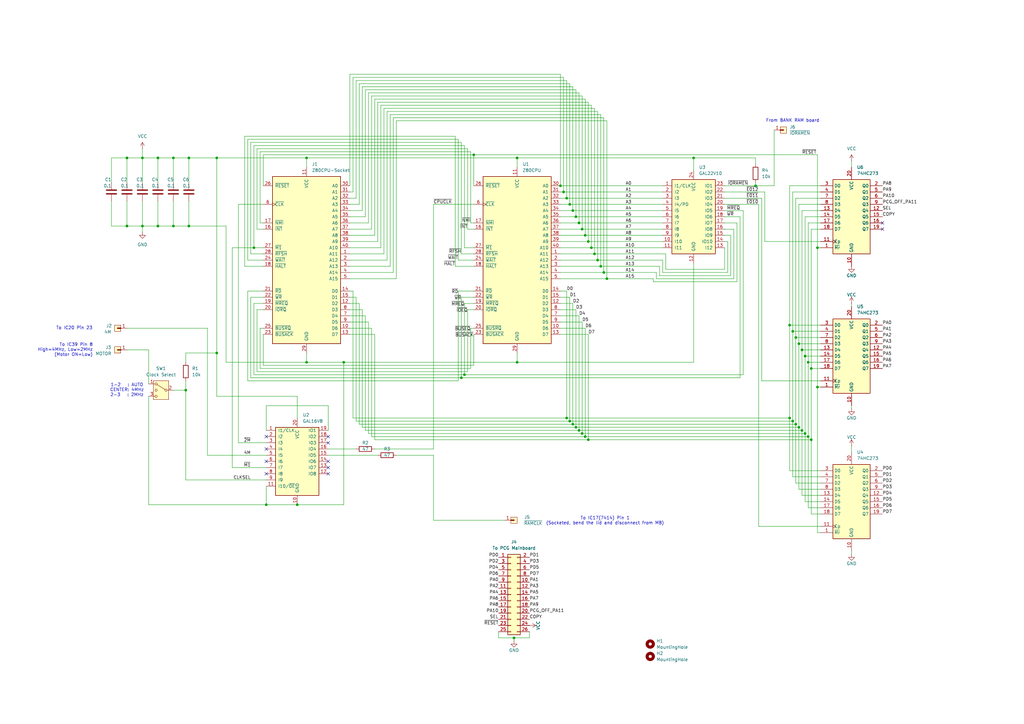
<source format=kicad_sch>
(kicad_sch (version 20231120) (generator "eeschema") (generator_version "8.0")
  (paper "A3")
  (title_block (title "MZ-1200 4M/2M Clock switcher w/ PCG addr dec.") (date "2024-07-09") (rev "1.0") (company "Mercury Nihombashi"))
  (lib_symbols
    (symbol "74xx:74HC273"
      (property "Reference" "U" (at -7.62 16.51 0))
      (property "Value" "74HC273" (at -7.62 -16.51 0))
      (symbol "74HC273_1_0"
        (pin input line (at -12.7 -12.7 0) (length 5.08) (name "~{Mr}") (number "1"))
        (pin power_in line (at 0 -20.32 90) (length 5.08) (name "GND") (number "10"))
        (pin input clock (at -12.7 -10.16 0) (length 5.08) (name "Cp") (number "11"))
        (pin output line (at 12.7 2.54 180) (length 5.08) (name "Q4") (number "12"))
        (pin input line (at -12.7 2.54 0) (length 5.08) (name "D4") (number "13"))
        (pin input line (at -12.7 0 0) (length 5.08) (name "D5") (number "14"))
        (pin output line (at 12.7 0 180) (length 5.08) (name "Q5") (number "15"))
        (pin output line (at 12.7 -2.54 180) (length 5.08) (name "Q6") (number "16"))
        (pin input line (at -12.7 -2.54 0) (length 5.08) (name "D6") (number "17"))
        (pin input line (at -12.7 -5.08 0) (length 5.08) (name "D7") (number "18"))
        (pin output line (at 12.7 -5.08 180) (length 5.08) (name "Q7") (number "19"))
        (pin output line (at 12.7 12.7 180) (length 5.08) (name "Q0") (number "2"))
        (pin power_in line (at 0 20.32 270) (length 5.08) (name "VCC") (number "20"))
        (pin input line (at -12.7 12.7 0) (length 5.08) (name "D0") (number "3"))
        (pin input line (at -12.7 10.16 0) (length 5.08) (name "D1") (number "4"))
        (pin output line (at 12.7 10.16 180) (length 5.08) (name "Q1") (number "5"))
        (pin output line (at 12.7 7.62 180) (length 5.08) (name "Q2") (number "6"))
        (pin input line (at -12.7 7.62 0) (length 5.08) (name "D2") (number "7"))
        (pin input line (at -12.7 5.08 0) (length 5.08) (name "D3") (number "8"))
        (pin output line (at 12.7 5.08 180) (length 5.08) (name "Q3") (number "9"))
      )
    )
    (symbol "8bits:GAL22V10" (pin_names (offset 1.016))
      (property "Reference" "U" (at -8.89 16.51 0))
      (property "Value" "GAL22V10" (at 3.81 16.51 0))
      (symbol "GAL22V10_0_0"
        (pin power_in line (at 0 -19.05 90) (length 3.81) (name "GND") (number "12"))
        (pin power_in line (at 0 19.05 270) (length 3.81) (name "VCC") (number "24"))
      )
      (symbol "GAL22V10_1_1"
        (pin input line (at -12.7 12.7 0) (length 3.81) (name "I1/CLK") (number "1"))
        (pin input line (at -12.7 -10.16 0) (length 3.81) (name "I10") (number "10"))
        (pin input line (at -12.7 -12.7 0) (length 3.81) (name "I11") (number "11"))
        (pin input line (at 12.7 -12.7 180) (length 3.81) (name "I12") (number "13"))
        (pin tri_state line (at 12.7 -10.16 180) (length 3.81) (name "IO10") (number "14"))
        (pin tri_state line (at 12.7 -7.62 180) (length 3.81) (name "IO9") (number "15"))
        (pin tri_state line (at 12.7 -5.08 180) (length 3.81) (name "IO8") (number "16"))
        (pin tri_state line (at 12.7 -2.54 180) (length 3.81) (name "IO7") (number "17"))
        (pin tri_state line (at 12.7 0 180) (length 3.81) (name "IO6") (number "18"))
        (pin tri_state line (at 12.7 2.54 180) (length 3.81) (name "IO5") (number "19"))
        (pin input line (at -12.7 10.16 0) (length 3.81) (name "I2") (number "2"))
        (pin tri_state line (at 12.7 5.08 180) (length 3.81) (name "I04") (number "20"))
        (pin tri_state line (at 12.7 7.62 180) (length 3.81) (name "IO3") (number "21"))
        (pin tri_state line (at 12.7 10.16 180) (length 3.81) (name "IO2") (number "22"))
        (pin tri_state line (at 12.7 12.7 180) (length 3.81) (name "IO1") (number "23"))
        (pin input line (at -12.7 7.62 0) (length 3.81) (name "I3") (number "3"))
        (pin input line (at -12.7 5.08 0) (length 3.81) (name "I4/PD") (number "4"))
        (pin input line (at -12.7 2.54 0) (length 3.81) (name "I5") (number "5"))
        (pin input line (at -12.7 0 0) (length 3.81) (name "I6") (number "6"))
        (pin input line (at -12.7 -2.54 0) (length 3.81) (name "I7") (number "7"))
        (pin input line (at -12.7 -5.08 0) (length 3.81) (name "I8") (number "8"))
        (pin input line (at -12.7 -7.62 0) (length 3.81) (name "I9") (number "9"))
      )
    )
    (symbol "CPU:Z80CPU" (pin_names (offset 1.016))
      (property "Reference" "U" (at -13.97 35.56 0))
      (property "Value" "Z80CPU" (at 6.35 35.56 0))
      (symbol "Z80CPU_1_1"
        (pin output line (at 17.78 2.54 180) (length 3.81) (name "A11") (number "1"))
        (pin bidirectional line (at 17.78 -27.94 180) (length 3.81) (name "D6") (number "10"))
        (pin power_in line (at 0 38.1 270) (length 3.81) (name "VCC") (number "11"))
        (pin bidirectional line (at 17.78 -17.78 180) (length 3.81) (name "D2") (number "12"))
        (pin bidirectional line (at 17.78 -30.48 180) (length 3.81) (name "D7") (number "13"))
        (pin bidirectional line (at 17.78 -12.7 180) (length 3.81) (name "D0") (number "14"))
        (pin bidirectional line (at 17.78 -15.24 180) (length 3.81) (name "D1") (number "15"))
        (pin input line (at -17.78 12.7 0) (length 3.81) (name "~{INT}") (number "16"))
        (pin input line (at -17.78 15.24 0) (length 3.81) (name "~{NMI}") (number "17"))
        (pin output line (at -17.78 -2.54 0) (length 3.81) (name "~{HALT}") (number "18"))
        (pin output line (at -17.78 -17.78 0) (length 3.81) (name "~{MREQ}") (number "19"))
        (pin output line (at 17.78 0 180) (length 3.81) (name "A12") (number "2"))
        (pin output line (at -17.78 -20.32 0) (length 3.81) (name "~{IORQ}") (number "20"))
        (pin output line (at -17.78 -12.7 0) (length 3.81) (name "~{RD}") (number "21"))
        (pin output line (at -17.78 -15.24 0) (length 3.81) (name "~{WR}") (number "22"))
        (pin output line (at -17.78 -30.48 0) (length 3.81) (name "~{BUSACK}") (number "23"))
        (pin input line (at -17.78 0 0) (length 3.81) (name "~{WAIT}") (number "24"))
        (pin input line (at -17.78 -27.94 0) (length 3.81) (name "~{BUSRQ}") (number "25"))
        (pin input line (at -17.78 30.48 0) (length 3.81) (name "~{RESET}") (number "26"))
        (pin output line (at -17.78 5.08 0) (length 3.81) (name "~{M1}") (number "27"))
        (pin output line (at -17.78 2.54 0) (length 3.81) (name "~{RFSH}") (number "28"))
        (pin power_in line (at 0 -38.1 90) (length 3.81) (name "GND") (number "29"))
        (pin output line (at 17.78 -2.54 180) (length 3.81) (name "A13") (number "3"))
        (pin output line (at 17.78 30.48 180) (length 3.81) (name "A0") (number "30"))
        (pin output line (at 17.78 27.94 180) (length 3.81) (name "A1") (number "31"))
        (pin output line (at 17.78 25.4 180) (length 3.81) (name "A2") (number "32"))
        (pin output line (at 17.78 22.86 180) (length 3.81) (name "A3") (number "33"))
        (pin output line (at 17.78 20.32 180) (length 3.81) (name "A4") (number "34"))
        (pin output line (at 17.78 17.78 180) (length 3.81) (name "A5") (number "35"))
        (pin output line (at 17.78 15.24 180) (length 3.81) (name "A6") (number "36"))
        (pin output line (at 17.78 12.7 180) (length 3.81) (name "A7") (number "37"))
        (pin output line (at 17.78 10.16 180) (length 3.81) (name "A8") (number "38"))
        (pin output line (at 17.78 7.62 180) (length 3.81) (name "A9") (number "39"))
        (pin output line (at 17.78 -5.08 180) (length 3.81) (name "A14") (number "4"))
        (pin output line (at 17.78 5.08 180) (length 3.81) (name "A10") (number "40"))
        (pin output line (at 17.78 -7.62 180) (length 3.81) (name "A15") (number "5"))
        (pin input clock (at -17.78 22.86 0) (length 3.81) (name "~{CLK}") (number "6"))
        (pin bidirectional line (at 17.78 -22.86 180) (length 3.81) (name "D4") (number "7"))
        (pin bidirectional line (at 17.78 -20.32 180) (length 3.81) (name "D3") (number "8"))
        (pin bidirectional line (at 17.78 -25.4 180) (length 3.81) (name "D5") (number "9"))
      )
    )
    (symbol "Connector_Generic:Conn_02x13_Odd_Even" (pin_names (offset 1.016) hide)
      (property "Reference" "J" (at 1.27 17.78 0))
      (property "Value" "Conn_02x13_Odd_Even" (at 1.27 -17.78 0))
      (symbol "Conn_02x13_Odd_Even_1_1"
        (pin passive line (at -5.08 15.24 0) (length 3.81) (name "Pin_1") (number "1"))
        (pin passive line (at 7.62 5.08 180) (length 3.81) (name "Pin_10") (number "10"))
        (pin passive line (at -5.08 2.54 0) (length 3.81) (name "Pin_11") (number "11"))
        (pin passive line (at 7.62 2.54 180) (length 3.81) (name "Pin_12") (number "12"))
        (pin passive line (at -5.08 0 0) (length 3.81) (name "Pin_13") (number "13"))
        (pin passive line (at 7.62 0 180) (length 3.81) (name "Pin_14") (number "14"))
        (pin passive line (at -5.08 -2.54 0) (length 3.81) (name "Pin_15") (number "15"))
        (pin passive line (at 7.62 -2.54 180) (length 3.81) (name "Pin_16") (number "16"))
        (pin passive line (at -5.08 -5.08 0) (length 3.81) (name "Pin_17") (number "17"))
        (pin passive line (at 7.62 -5.08 180) (length 3.81) (name "Pin_18") (number "18"))
        (pin passive line (at -5.08 -7.62 0) (length 3.81) (name "Pin_19") (number "19"))
        (pin passive line (at 7.62 15.24 180) (length 3.81) (name "Pin_2") (number "2"))
        (pin passive line (at 7.62 -7.62 180) (length 3.81) (name "Pin_20") (number "20"))
        (pin passive line (at -5.08 -10.16 0) (length 3.81) (name "Pin_21") (number "21"))
        (pin passive line (at 7.62 -10.16 180) (length 3.81) (name "Pin_22") (number "22"))
        (pin passive line (at -5.08 -12.7 0) (length 3.81) (name "Pin_23") (number "23"))
        (pin passive line (at 7.62 -12.7 180) (length 3.81) (name "Pin_24") (number "24"))
        (pin passive line (at -5.08 -15.24 0) (length 3.81) (name "Pin_25") (number "25"))
        (pin passive line (at 7.62 -15.24 180) (length 3.81) (name "Pin_26") (number "26"))
        (pin passive line (at -5.08 12.7 0) (length 3.81) (name "Pin_3") (number "3"))
        (pin passive line (at 7.62 12.7 180) (length 3.81) (name "Pin_4") (number "4"))
        (pin passive line (at -5.08 10.16 0) (length 3.81) (name "Pin_5") (number "5"))
        (pin passive line (at 7.62 10.16 180) (length 3.81) (name "Pin_6") (number "6"))
        (pin passive line (at -5.08 7.62 0) (length 3.81) (name "Pin_7") (number "7"))
        (pin passive line (at 7.62 7.62 180) (length 3.81) (name "Pin_8") (number "8"))
        (pin passive line (at -5.08 5.08 0) (length 3.81) (name "Pin_9") (number "9"))
      )
    )
    (symbol "Device:C" (pin_numbers hide) (pin_names (offset 0.254))
      (property "Reference" "C" (at 0.635 2.54 0))
      (property "Value" "C" (at 0.635 -2.54 0))
      (symbol "C_1_1"
        (pin passive line (at 0 3.81 270) (length 2.794) (name "~") (number "1"))
        (pin passive line (at 0 -3.81 90) (length 2.794) (name "~") (number "2"))
      )
    )
    (symbol "Device:R" (pin_numbers hide) (pin_names (offset 0))
      (property "Reference" "R" (at 2.032 0 90))
      (property "Value" "R" (at 0 0 90))
      (symbol "R_1_1"
        (pin passive line (at 0 3.81 270) (length 1.27) (name "~") (number "1"))
        (pin passive line (at 0 -3.81 90) (length 1.27) (name "~") (number "2"))
      )
    )
    (symbol "Kao_Library:Z80CPU-Socket" (pin_names (offset 1.016))
      (property "Reference" "J" (at -13.97 35.56 0))
      (property "Value" "Z80CPU-Socket" (at 6.35 35.56 0))
      (symbol "Z80CPU-Socket_1_1"
        (pin input line (at 17.78 2.54 180) (length 3.81) (name "A11") (number "1"))
        (pin bidirectional line (at 17.78 -27.94 180) (length 3.81) (name "D6") (number "10"))
        (pin power_out line (at 0 38.1 270) (length 3.81) (name "VCC") (number "11"))
        (pin bidirectional line (at 17.78 -17.78 180) (length 3.81) (name "D2") (number "12"))
        (pin bidirectional line (at 17.78 -30.48 180) (length 3.81) (name "D7") (number "13"))
        (pin bidirectional line (at 17.78 -12.7 180) (length 3.81) (name "D0") (number "14"))
        (pin bidirectional line (at 17.78 -15.24 180) (length 3.81) (name "D1") (number "15"))
        (pin output line (at -17.78 12.7 0) (length 3.81) (name "~{INT}") (number "16"))
        (pin output line (at -17.78 15.24 0) (length 3.81) (name "~{NMI}") (number "17"))
        (pin input line (at -17.78 -2.54 0) (length 3.81) (name "~{HALT}") (number "18"))
        (pin input line (at -17.78 -17.78 0) (length 3.81) (name "~{MREQ}") (number "19"))
        (pin input line (at 17.78 0 180) (length 3.81) (name "A12") (number "2"))
        (pin input line (at -17.78 -20.32 0) (length 3.81) (name "~{IORQ}") (number "20"))
        (pin input line (at -17.78 -12.7 0) (length 3.81) (name "~{RD}") (number "21"))
        (pin input line (at -17.78 -15.24 0) (length 3.81) (name "~{WR}") (number "22"))
        (pin input line (at -17.78 -30.48 0) (length 3.81) (name "~{BUSACK}") (number "23"))
        (pin output line (at -17.78 0 0) (length 3.81) (name "~{WAIT}") (number "24"))
        (pin output line (at -17.78 -27.94 0) (length 3.81) (name "~{BUSRQ}") (number "25"))
        (pin output line (at -17.78 30.48 0) (length 3.81) (name "~{RESET}") (number "26"))
        (pin input line (at -17.78 5.08 0) (length 3.81) (name "~{M1}") (number "27"))
        (pin input line (at -17.78 2.54 0) (length 3.81) (name "~{RFSH}") (number "28"))
        (pin power_out line (at 0 -38.1 90) (length 3.81) (name "GND") (number "29"))
        (pin input line (at 17.78 -2.54 180) (length 3.81) (name "A13") (number "3"))
        (pin input line (at 17.78 30.48 180) (length 3.81) (name "A0") (number "30"))
        (pin input line (at 17.78 27.94 180) (length 3.81) (name "A1") (number "31"))
        (pin input line (at 17.78 25.4 180) (length 3.81) (name "A2") (number "32"))
        (pin input line (at 17.78 22.86 180) (length 3.81) (name "A3") (number "33"))
        (pin input line (at 17.78 20.32 180) (length 3.81) (name "A4") (number "34"))
        (pin input line (at 17.78 17.78 180) (length 3.81) (name "A5") (number "35"))
        (pin input line (at 17.78 15.24 180) (length 3.81) (name "A6") (number "36"))
        (pin input line (at 17.78 12.7 180) (length 3.81) (name "A7") (number "37"))
        (pin input line (at 17.78 10.16 180) (length 3.81) (name "A8") (number "38"))
        (pin input line (at 17.78 7.62 180) (length 3.81) (name "A9") (number "39"))
        (pin input line (at 17.78 -5.08 180) (length 3.81) (name "A14") (number "4"))
        (pin input line (at 17.78 5.08 180) (length 3.81) (name "A10") (number "40"))
        (pin input line (at 17.78 -7.62 180) (length 3.81) (name "A15") (number "5"))
        (pin output clock (at -17.78 22.86 0) (length 3.81) (name "~{CLK}") (number "6"))
        (pin bidirectional line (at 17.78 -22.86 180) (length 3.81) (name "D4") (number "7"))
        (pin bidirectional line (at 17.78 -20.32 180) (length 3.81) (name "D3") (number "8"))
        (pin bidirectional line (at 17.78 -25.4 180) (length 3.81) (name "D5") (number "9"))
      )
    )
    (symbol "Logic_Programmable:GAL16V8" (pin_names (offset 1.016))
      (property "Reference" "U" (at -8.89 16.51 0))
      (property "Value" "GAL16V8" (at 1.27 16.51 0))
      (symbol "GAL16V8_0_0"
        (pin power_in line (at 0 -17.78 90) (length 3.81) (name "GND") (number "10"))
        (pin power_in line (at 0 17.78 270) (length 3.81) (name "VCC") (number "20"))
      )
      (symbol "GAL16V8_1_1"
        (pin input line (at -12.7 12.7 0) (length 3.81) (name "I1/CLK") (number "1"))
        (pin input line (at -12.7 -10.16 0) (length 3.81) (name "I10/~{OE}") (number "11"))
        (pin tri_state line (at 12.7 -5.08 180) (length 3.81) (name "IO8") (number "12"))
        (pin tri_state line (at 12.7 -2.54 180) (length 3.81) (name "IO7") (number "13"))
        (pin tri_state line (at 12.7 0 180) (length 3.81) (name "IO6") (number "14"))
        (pin tri_state line (at 12.7 2.54 180) (length 3.81) (name "IO5") (number "15"))
        (pin tri_state line (at 12.7 5.08 180) (length 3.81) (name "IO4") (number "16"))
        (pin tri_state line (at 12.7 7.62 180) (length 3.81) (name "I03") (number "17"))
        (pin tri_state line (at 12.7 10.16 180) (length 3.81) (name "IO2") (number "18"))
        (pin tri_state line (at 12.7 12.7 180) (length 3.81) (name "IO1") (number "19"))
        (pin input line (at -12.7 10.16 0) (length 3.81) (name "I2") (number "2"))
        (pin input line (at -12.7 7.62 0) (length 3.81) (name "I3") (number "3"))
        (pin input line (at -12.7 5.08 0) (length 3.81) (name "I4") (number "4"))
        (pin input line (at -12.7 2.54 0) (length 3.81) (name "I5") (number "5"))
        (pin input line (at -12.7 0 0) (length 3.81) (name "I6") (number "6"))
        (pin input line (at -12.7 -2.54 0) (length 3.81) (name "I7") (number "7"))
        (pin input line (at -12.7 -5.08 0) (length 3.81) (name "I8") (number "8"))
        (pin input line (at -12.7 -7.62 0) (length 3.81) (name "I9") (number "9"))
      )
    )
    (symbol "Mechanical:MountingHole" (pin_names (offset 1.016))
      (property "Reference" "H" (at 0 5.08 0))
      (property "Value" "MountingHole" (at 0 3.175 0))
    )
    (symbol "PCM_SL_Pin_Headers:PINHD_1x1_Male"
      (property "Reference" "J" (at 0 6.35 0))
      (property "Value" "PINHD_1x1_Male" (at 0 3.81 0))
      (symbol "PINHD_1x1_Male_1_1"
        (pin passive line (at -3.81 0 0) (length 2.54) (name "") (number "1"))
      )
    )
    (symbol "Switch:SW_SPDT_MSM" (pin_names (offset 0) hide)
      (property "Reference" "SW" (at 0 5.08 0))
      (property "Value" "SW_SPDT_MSM" (at 0 -5.08 0))
      (symbol "SW_SPDT_MSM_1_1"
        (pin passive line (at 5.08 2.54 180) (length 2.54) (name "1") (number "1"))
        (pin passive line (at -5.08 0 0) (length 2.54) (name "3") (number "2"))
        (pin passive line (at 5.08 -2.54 180) (length 2.54) (name "4") (number "3"))
      )
    )
    (symbol "power:GND" (power) (pin_numbers hide) (pin_names (offset 0) hide)
      (property "Value" "GND" (at 0 -3.81 0))
      (symbol "GND_1_1"
        (pin power_in line (at 0 0 270) (length 0) (name "~") (number "1"))
      )
    )
    (symbol "power:VCC" (power) (pin_numbers hide) (pin_names (offset 0) hide)
      (property "Value" "VCC" (at 0 3.556 0))
      (symbol "VCC_1_1"
        (pin power_in line (at 0 0 90) (length 0) (name "~") (number "1"))
      )
    )
  )
  (junction (at 245.11 106.68))
  (junction (at 332.74 180.34))
  (junction (at 233.68 83.82))
  (junction (at 325.12 135.89))
  (junction (at 328.93 143.51))
  (junction (at 240.03 96.52))
  (junction (at 241.3 99.06))
  (junction (at 71.12 64.77))
  (junction (at 52.07 64.77))
  (junction (at 326.39 138.43))
  (junction (at 88.9 144.78))
  (junction (at 248.92 114.3))
  (junction (at 189.23 154.94))
  (junction (at 121.92 207.01))
  (junction (at 309.88 76.2))
  (junction (at 238.76 177.8))
  (junction (at 77.47 64.77))
  (junction (at 109.22 207.01))
  (junction (at 104.14 101.6))
  (junction (at 284.48 64.77))
  (junction (at 190.5 153.67))
  (junction (at 240.03 179.07))
  (junction (at 212.09 64.77))
  (junction (at 236.22 88.9))
  (junction (at 335.28 101.6))
  (junction (at 76.2 160.02))
  (junction (at 325.12 172.72))
  (junction (at 58.42 92.71))
  (junction (at 210.82 261.62))
  (junction (at 71.12 92.71))
  (junction (at 88.9 64.77))
  (junction (at 242.57 101.6))
  (junction (at 330.2 146.05))
  (junction (at 323.85 171.45))
  (junction (at 327.66 140.97))
  (junction (at 64.77 92.71))
  (junction (at 58.42 64.77))
  (junction (at 243.84 104.14))
  (junction (at 237.49 91.44))
  (junction (at 238.76 93.98))
  (junction (at 237.49 176.53))
  (junction (at 194.31 63.5))
  (junction (at 236.22 175.26))
  (junction (at 323.85 133.35))
  (junction (at 212.09 148.59))
  (junction (at 125.73 64.77))
  (junction (at 331.47 179.07))
  (junction (at 233.68 172.72))
  (junction (at 232.41 81.28))
  (junction (at 332.74 151.13))
  (junction (at 241.3 180.34))
  (junction (at 232.41 171.45))
  (junction (at 52.07 92.71))
  (junction (at 330.2 177.8))
  (junction (at 328.93 176.53))
  (junction (at 335.28 158.75))
  (junction (at 326.39 173.99))
  (junction (at 331.47 148.59))
  (junction (at 234.95 86.36))
  (junction (at 231.14 78.74))
  (junction (at 234.95 173.99))
  (junction (at 77.47 92.71))
  (junction (at 229.87 76.2))
  (junction (at 246.38 109.22))
  (junction (at 125.73 148.59))
  (junction (at 247.65 111.76))
  (junction (at 327.66 175.26))
  (junction (at 140.97 148.59))
  (junction (at 64.77 64.77))
  (no_connect (at 134.62 194.31))
  (no_connect (at 109.22 184.15))
  (no_connect (at 109.22 179.07))
  (no_connect (at 109.22 189.23))
  (no_connect (at 134.62 189.23))
  (no_connect (at 361.95 93.98))
  (no_connect (at 134.62 179.07))
  (no_connect (at 361.95 91.44))
  (no_connect (at 134.62 181.61))
  (no_connect (at 134.62 191.77))
  (no_connect (at 109.22 194.31))
  (wire (pts (xy 154.94 41.91) (xy 241.3 41.91)))
  (wire (pts (xy 76.2 160.02) (xy 76.2 196.85)))
  (wire (pts (xy 242.57 101.6) (xy 229.87 101.6)))
  (wire (pts (xy 102.87 104.14) (xy 102.87 58.42)))
  (wire (pts (xy 241.3 180.34) (xy 241.3 137.16)))
  (wire (pts (xy 107.95 137.16) (xy 107.95 149.86)))
  (wire (pts (xy 299.72 96.52) (xy 299.72 113.03)))
  (wire (pts (xy 229.87 132.08) (xy 238.76 132.08)))
  (wire (pts (xy 60.96 143.51) (xy 60.96 157.48)))
  (wire (pts (xy 106.68 151.13) (xy 193.04 151.13)))
  (wire (pts (xy 297.18 96.52) (xy 299.72 96.52)))
  (wire (pts (xy 297.18 88.9) (xy 303.53 88.9)))
  (wire (pts (xy 328.93 143.51) (xy 328.93 86.36)))
  (wire (pts (xy 232.41 81.28) (xy 229.87 81.28)))
  (wire (pts (xy 240.03 40.64) (xy 240.03 96.52)))
  (wire (pts (xy 232.41 171.45) (xy 232.41 119.38)))
  (wire (pts (xy 327.66 140.97) (xy 336.55 140.97)))
  (wire (pts (xy 121.92 207.01) (xy 140.97 207.01)))
  (wire (pts (xy 309.88 64.77) (xy 309.88 67.31)))
  (wire (pts (xy 100.33 109.22) (xy 100.33 55.88)))
  (wire (pts (xy 229.87 88.9) (xy 236.22 88.9)))
  (wire (pts (xy 234.95 173.99) (xy 326.39 173.99)))
  (wire (pts (xy 162.56 49.53) (xy 248.92 49.53)))
  (wire (pts (xy 233.68 172.72) (xy 233.68 121.92)))
  (wire (pts (xy 105.41 127) (xy 105.41 152.4)))
  (wire (pts (xy 210.82 261.62) (xy 217.17 261.62)))
  (wire (pts (xy 233.68 34.29) (xy 233.68 83.82)))
  (wire (pts (xy 330.2 146.05) (xy 330.2 88.9)))
  (wire (pts (xy 234.95 35.56) (xy 234.95 86.36)))
  (wire (pts (xy 156.21 43.18) (xy 242.57 43.18)))
  (wire (pts (xy 152.4 134.62) (xy 152.4 179.07)))
  (wire (pts (xy 58.42 92.71) (xy 64.77 92.71)))
  (wire (pts (xy 246.38 46.99) (xy 246.38 109.22)))
  (wire (pts (xy 148.59 127) (xy 148.59 175.26)))
  (wire (pts (xy 336.55 195.58) (xy 325.12 195.58)))
  (wire (pts (xy 107.95 106.68) (xy 101.6 106.68)))
  (wire (pts (xy 144.78 171.45) (xy 232.41 171.45)))
  (wire (pts (xy 325.12 78.74) (xy 325.12 135.89)))
  (wire (pts (xy 144.78 119.38) (xy 144.78 171.45)))
  (wire (pts (xy 151.13 177.8) (xy 238.76 177.8)))
  (wire (pts (xy 143.51 124.46) (xy 147.32 124.46)))
  (wire (pts (xy 95.25 191.77) (xy 95.25 101.6)))
  (wire (pts (xy 332.74 93.98) (xy 332.74 151.13)))
  (wire (pts (xy 109.22 166.37) (xy 109.22 176.53)))
  (wire (pts (xy 207.01 213.36) (xy 177.8 213.36)))
  (wire (pts (xy 311.15 215.9) (xy 336.55 215.9)))
  (wire (pts (xy 323.85 76.2) (xy 323.85 133.35)))
  (wire (pts (xy 143.51 137.16) (xy 153.67 137.16)))
  (wire (pts (xy 325.12 135.89) (xy 336.55 135.89)))
  (wire (pts (xy 317.5 53.34) (xy 317.5 76.2)))
  (wire (pts (xy 152.4 39.37) (xy 238.76 39.37)))
  (wire (pts (xy 243.84 44.45) (xy 243.84 104.14)))
  (wire (pts (xy 335.28 63.5) (xy 335.28 101.6)))
  (wire (pts (xy 77.47 92.71) (xy 92.71 92.71)))
  (wire (pts (xy 109.22 181.61) (xy 97.79 181.61)))
  (wire (pts (xy 303.53 154.94) (xy 189.23 154.94)))
  (wire (pts (xy 189.23 121.92) (xy 194.31 121.92)))
  (wire (pts (xy 125.73 64.77) (xy 212.09 64.77)))
  (wire (pts (xy 269.24 114.3) (xy 269.24 111.76)))
  (wire (pts (xy 328.93 203.2) (xy 328.93 176.53)))
  (wire (pts (xy 152.4 93.98) (xy 152.4 39.37)))
  (wire (pts (xy 229.87 124.46) (xy 234.95 124.46)))
  (wire (pts (xy 187.96 156.21) (xy 187.96 119.38)))
  (wire (pts (xy 194.31 63.5) (xy 194.31 76.2)))
  (wire (pts (xy 158.75 106.68) (xy 158.75 45.72)))
  (wire (pts (xy 102.87 154.94) (xy 189.23 154.94)))
  (wire (pts (xy 153.67 96.52) (xy 153.67 40.64)))
  (wire (pts (xy 45.72 92.71) (xy 52.07 92.71)))
  (wire (pts (xy 105.41 60.96) (xy 191.77 60.96)))
  (wire (pts (xy 238.76 39.37) (xy 238.76 93.98)))
  (wire (pts (xy 229.87 86.36) (xy 234.95 86.36)))
  (wire (pts (xy 241.3 137.16) (xy 229.87 137.16)))
  (wire (pts (xy 121.92 162.56) (xy 88.9 162.56)))
  (wire (pts (xy 149.86 88.9) (xy 149.86 36.83)))
  (wire (pts (xy 304.8 153.67) (xy 190.5 153.67)))
  (wire (pts (xy 325.12 195.58) (xy 325.12 172.72)))
  (wire (pts (xy 330.2 88.9) (xy 336.55 88.9)))
  (wire (pts (xy 238.76 177.8) (xy 238.76 132.08)))
  (wire (pts (xy 143.51 132.08) (xy 151.13 132.08)))
  (wire (pts (xy 238.76 93.98) (xy 271.78 93.98)))
  (wire (pts (xy 143.51 129.54) (xy 149.86 129.54)))
  (wire (pts (xy 273.05 110.49) (xy 273.05 104.14)))
  (wire (pts (xy 45.72 64.77) (xy 52.07 64.77)))
  (wire (pts (xy 153.67 184.15) (xy 177.8 184.15)))
  (wire (pts (xy 327.66 200.66) (xy 327.66 175.26)))
  (wire (pts (xy 191.77 127) (xy 194.31 127)))
  (wire (pts (xy 151.13 132.08) (xy 151.13 177.8)))
  (wire (pts (xy 271.78 106.68) (xy 245.11 106.68)))
  (wire (pts (xy 143.51 109.22) (xy 160.02 109.22)))
  (wire (pts (xy 229.87 76.2) (xy 271.78 76.2)))
  (wire (pts (xy 332.74 151.13) (xy 332.74 180.34)))
  (wire (pts (xy 151.13 38.1) (xy 237.49 38.1)))
  (wire (pts (xy 332.74 180.34) (xy 332.74 210.82)))
  (wire (pts (xy 190.5 59.69) (xy 190.5 101.6)))
  (wire (pts (xy 335.28 101.6) (xy 335.28 158.75)))
  (wire (pts (xy 212.09 64.77) (xy 212.09 68.58)))
  (wire (pts (xy 237.49 176.53) (xy 237.49 129.54)))
  (wire (pts (xy 147.32 173.99) (xy 234.95 173.99)))
  (wire (pts (xy 143.51 134.62) (xy 152.4 134.62)))
  (wire (pts (xy 107.95 134.62) (xy 106.68 134.62)))
  (wire (pts (xy 58.42 64.77) (xy 64.77 64.77)))
  (wire (pts (xy 160.02 46.99) (xy 246.38 46.99)))
  (wire (pts (xy 109.22 199.39) (xy 109.22 207.01)))
  (wire (pts (xy 238.76 177.8) (xy 330.2 177.8)))
  (wire (pts (xy 107.95 93.98) (xy 105.41 93.98)))
  (wire (pts (xy 328.93 86.36) (xy 336.55 86.36)))
  (wire (pts (xy 143.51 78.74) (xy 144.78 78.74)))
  (wire (pts (xy 52.07 92.71) (xy 58.42 92.71)))
  (wire (pts (xy 312.42 156.21) (xy 336.55 156.21)))
  (wire (pts (xy 323.85 133.35) (xy 323.85 171.45)))
  (wire (pts (xy 271.78 111.76) (xy 271.78 106.68)))
  (wire (pts (xy 194.31 63.5) (xy 335.28 63.5)))
  (wire (pts (xy 109.22 207.01) (xy 121.92 207.01)))
  (wire (pts (xy 147.32 83.82) (xy 147.32 34.29)))
  (wire (pts (xy 125.73 148.59) (xy 140.97 148.59)))
  (wire (pts (xy 241.3 99.06) (xy 229.87 99.06)))
  (wire (pts (xy 143.51 81.28) (xy 146.05 81.28)))
  (wire (pts (xy 241.3 180.34) (xy 332.74 180.34)))
  (wire (pts (xy 336.55 210.82) (xy 332.74 210.82)))
  (wire (pts (xy 107.95 76.2) (xy 107.95 63.5)))
  (wire (pts (xy 232.41 171.45) (xy 323.85 171.45)))
  (wire (pts (xy 160.02 109.22) (xy 160.02 46.99)))
  (wire (pts (xy 330.2 146.05) (xy 336.55 146.05)))
  (wire (pts (xy 309.88 74.93) (xy 309.88 76.2)))
  (wire (pts (xy 229.87 134.62) (xy 240.03 134.62)))
  (wire (pts (xy 297.18 76.2) (xy 309.88 76.2)))
  (wire (pts (xy 284.48 64.77) (xy 284.48 69.85)))
  (wire (pts (xy 336.55 193.04) (xy 323.85 193.04)))
  (wire (pts (xy 143.51 91.44) (xy 151.13 91.44)))
  (wire (pts (xy 229.87 83.82) (xy 233.68 83.82)))
  (wire (pts (xy 240.03 179.07) (xy 240.03 134.62)))
  (wire (pts (xy 58.42 82.55) (xy 58.42 92.71)))
  (wire (pts (xy 229.87 30.48) (xy 229.87 76.2)))
  (wire (pts (xy 248.92 114.3) (xy 267.97 114.3)))
  (wire (pts (xy 326.39 138.43) (xy 336.55 138.43)))
  (wire (pts (xy 107.95 63.5) (xy 194.31 63.5)))
  (wire (pts (xy 143.51 76.2) (xy 143.51 30.48)))
  (wire (pts (xy 121.92 171.45) (xy 121.92 162.56)))
  (wire (pts (xy 237.49 91.44) (xy 229.87 91.44)))
  (wire (pts (xy 326.39 198.12) (xy 326.39 173.99)))
  (wire (pts (xy 336.55 158.75) (xy 335.28 158.75)))
  (wire (pts (xy 186.69 109.22) (xy 194.31 109.22)))
  (wire (pts (xy 330.2 177.8) (xy 330.2 146.05)))
  (wire (pts (xy 270.51 109.22) (xy 246.38 109.22)))
  (wire (pts (xy 309.88 76.2) (xy 317.5 76.2)))
  (wire (pts (xy 304.8 86.36) (xy 304.8 153.67)))
  (wire (pts (xy 302.26 91.44) (xy 302.26 115.57)))
  (wire (pts (xy 303.53 88.9) (xy 303.53 154.94)))
  (wire (pts (xy 140.97 207.01) (xy 140.97 148.59)))
  (wire (pts (xy 236.22 36.83) (xy 236.22 88.9)))
  (wire (pts (xy 151.13 91.44) (xy 151.13 38.1)))
  (wire (pts (xy 71.12 160.02) (xy 76.2 160.02)))
  (wire (pts (xy 302.26 115.57) (xy 267.97 115.57)))
  (wire (pts (xy 52.07 134.62) (xy 85.09 134.62)))
  (wire (pts (xy 157.48 44.45) (xy 243.84 44.45)))
  (wire (pts (xy 153.67 137.16) (xy 153.67 180.34)))
  (wire (pts (xy 152.4 179.07) (xy 240.03 179.07)))
  (wire (pts (xy 336.55 208.28) (xy 331.47 208.28)))
  (wire (pts (xy 134.62 166.37) (xy 109.22 166.37)))
  (wire (pts (xy 100.33 55.88) (xy 186.69 55.88)))
  (wire (pts (xy 243.84 104.14) (xy 229.87 104.14)))
  (wire (pts (xy 143.51 111.76) (xy 161.29 111.76)))
  (wire (pts (xy 248.92 49.53) (xy 248.92 114.3)))
  (wire (pts (xy 349.25 124.46) (xy 349.25 125.73)))
  (wire (pts (xy 143.51 127) (xy 148.59 127)))
  (wire (pts (xy 143.51 106.68) (xy 158.75 106.68)))
  (wire (pts (xy 331.47 148.59) (xy 336.55 148.59)))
  (wire (pts (xy 106.68 134.62) (xy 106.68 151.13)))
  (wire (pts (xy 194.31 137.16) (xy 194.31 149.86)))
  (wire (pts (xy 105.41 152.4) (xy 191.77 152.4)))
  (wire (pts (xy 107.95 119.38) (xy 101.6 119.38)))
  (wire (pts (xy 97.79 83.82) (xy 97.79 181.61)))
  (wire (pts (xy 102.87 58.42) (xy 189.23 58.42)))
  (wire (pts (xy 187.96 119.38) (xy 194.31 119.38)))
  (wire (pts (xy 187.96 106.68) (xy 194.31 106.68)))
  (wire (pts (xy 101.6 106.68) (xy 101.6 57.15)))
  (wire (pts (xy 60.96 207.01) (xy 109.22 207.01)))
  (wire (pts (xy 143.51 88.9) (xy 149.86 88.9)))
  (wire (pts (xy 58.42 92.71) (xy 58.42 95.25)))
  (wire (pts (xy 336.55 76.2) (xy 323.85 76.2)))
  (wire (pts (xy 349.25 66.04) (xy 349.25 68.58)))
  (wire (pts (xy 107.95 127) (xy 105.41 127)))
  (wire (pts (xy 336.55 93.98) (xy 332.74 93.98)))
  (wire (pts (xy 162.56 186.69) (xy 177.8 186.69)))
  (wire (pts (xy 107.95 104.14) (xy 102.87 104.14)))
  (wire (pts (xy 58.42 60.96) (xy 58.42 64.77)))
  (wire (pts (xy 95.25 101.6) (xy 104.14 101.6)))
  (wire (pts (xy 273.05 104.14) (xy 243.84 104.14)))
  (wire (pts (xy 326.39 81.28) (xy 326.39 138.43)))
  (wire (pts (xy 241.3 41.91) (xy 241.3 99.06)))
  (wire (pts (xy 105.41 93.98) (xy 105.41 60.96)))
  (wire (pts (xy 109.22 191.77) (xy 95.25 191.77)))
  (wire (pts (xy 140.97 148.59) (xy 212.09 148.59)))
  (wire (pts (xy 76.2 156.21) (xy 76.2 160.02)))
  (wire (pts (xy 71.12 74.93) (xy 71.12 64.77)))
  (wire (pts (xy 229.87 121.92) (xy 233.68 121.92)))
  (wire (pts (xy 312.42 81.28) (xy 312.42 156.21)))
  (wire (pts (xy 284.48 64.77) (xy 212.09 64.77)))
  (wire (pts (xy 45.72 82.55) (xy 45.72 92.71)))
  (wire (pts (xy 237.49 91.44) (xy 271.78 91.44)))
  (wire (pts (xy 271.78 78.74) (xy 231.14 78.74)))
  (wire (pts (xy 330.2 205.74) (xy 330.2 177.8)))
  (wire (pts (xy 102.87 121.92) (xy 102.87 154.94)))
  (wire (pts (xy 248.92 114.3) (xy 229.87 114.3)))
  (wire (pts (xy 336.55 81.28) (xy 326.39 81.28)))
  (wire (pts (xy 335.28 158.75) (xy 335.28 218.44)))
  (wire (pts (xy 71.12 82.55) (xy 71.12 92.71)))
  (wire (pts (xy 212.09 148.59) (xy 212.09 144.78)))
  (wire (pts (xy 149.86 129.54) (xy 149.86 176.53)))
  (wire (pts (xy 336.55 200.66) (xy 327.66 200.66)))
  (wire (pts (xy 237.49 38.1) (xy 237.49 91.44)))
  (wire (pts (xy 148.59 86.36) (xy 148.59 35.56)))
  (wire (pts (xy 242.57 101.6) (xy 271.78 101.6)))
  (wire (pts (xy 60.96 143.51) (xy 52.07 143.51)))
  (wire (pts (xy 297.18 101.6) (xy 297.18 110.49)))
  (wire (pts (xy 247.65 48.26) (xy 247.65 111.76)))
  (wire (pts (xy 191.77 93.98) (xy 194.31 93.98)))
  (wire (pts (xy 327.66 83.82) (xy 327.66 140.97)))
  (wire (pts (xy 161.29 48.26) (xy 247.65 48.26)))
  (wire (pts (xy 154.94 99.06) (xy 154.94 41.91)))
  (wire (pts (xy 143.51 99.06) (xy 154.94 99.06)))
  (wire (pts (xy 326.39 138.43) (xy 326.39 173.99)))
  (wire (pts (xy 85.09 186.69) (xy 85.09 134.62)))
  (wire (pts (xy 298.45 99.06) (xy 298.45 111.76)))
  (wire (pts (xy 236.22 175.26) (xy 236.22 127)))
  (wire (pts (xy 191.77 152.4) (xy 191.77 127)))
  (wire (pts (xy 298.45 111.76) (xy 271.78 111.76)))
  (wire (pts (xy 246.38 109.22) (xy 229.87 109.22)))
  (wire (pts (xy 336.55 83.82) (xy 327.66 83.82)))
  (wire (pts (xy 336.55 78.74) (xy 325.12 78.74)))
  (wire (pts (xy 217.17 259.08) (xy 217.17 261.62)))
  (wire (pts (xy 234.95 86.36) (xy 271.78 86.36)))
  (wire (pts (xy 190.5 153.67) (xy 190.5 124.46)))
  (wire (pts (xy 92.71 148.59) (xy 92.71 92.71)))
  (wire (pts (xy 177.8 83.82) (xy 177.8 184.15)))
  (wire (pts (xy 143.51 101.6) (xy 156.21 101.6)))
  (wire (pts (xy 349.25 226.06) (xy 349.25 227.33)))
  (wire (pts (xy 146.05 33.02) (xy 232.41 33.02)))
  (wire (pts (xy 144.78 78.74) (xy 144.78 31.75)))
  (wire (pts (xy 146.05 121.92) (xy 146.05 172.72)))
  (wire (pts (xy 147.32 124.46) (xy 147.32 173.99)))
  (wire (pts (xy 134.62 184.15) (xy 146.05 184.15)))
  (wire (pts (xy 245.11 45.72) (xy 245.11 106.68)))
  (wire (pts (xy 177.8 83.82) (xy 194.31 83.82)))
  (wire (pts (xy 186.69 55.88) (xy 186.69 109.22)))
  (wire (pts (xy 231.14 31.75) (xy 231.14 78.74)))
  (wire (pts (xy 238.76 93.98) (xy 229.87 93.98)))
  (wire (pts (xy 271.78 83.82) (xy 233.68 83.82)))
  (wire (pts (xy 101.6 57.15) (xy 187.96 57.15)))
  (wire (pts (xy 143.51 83.82) (xy 147.32 83.82)))
  (wire (pts (xy 328.93 143.51) (xy 336.55 143.51)))
  (wire (pts (xy 331.47 179.07) (xy 331.47 208.28)))
  (wire (pts (xy 336.55 203.2) (xy 328.93 203.2)))
  (wire (pts (xy 229.87 129.54) (xy 237.49 129.54)))
  (wire (pts (xy 204.47 261.62) (xy 204.47 259.08)))
  (wire (pts (xy 153.67 40.64) (xy 240.03 40.64)))
  (wire (pts (xy 236.22 175.26) (xy 327.66 175.26)))
  (wire (pts (xy 297.18 83.82) (xy 311.15 83.82)))
  (wire (pts (xy 143.51 104.14) (xy 157.48 104.14)))
  (wire (pts (xy 269.24 111.76) (xy 247.65 111.76)))
  (wire (pts (xy 153.67 180.34) (xy 241.3 180.34)))
  (wire (pts (xy 106.68 91.44) (xy 106.68 62.23)))
  (wire (pts (xy 245.11 106.68) (xy 229.87 106.68)))
  (wire (pts (xy 161.29 111.76) (xy 161.29 48.26)))
  (wire (pts (xy 328.93 143.51) (xy 328.93 176.53)))
  (wire (pts (xy 148.59 175.26) (xy 236.22 175.26)))
  (wire (pts (xy 64.77 74.93) (xy 64.77 64.77)))
  (wire (pts (xy 232.41 33.02) (xy 232.41 81.28)))
  (wire (pts (xy 76.2 148.59) (xy 76.2 144.78)))
  (wire (pts (xy 107.95 101.6) (xy 104.14 101.6)))
  (wire (pts (xy 297.18 110.49) (xy 273.05 110.49)))
  (wire (pts (xy 299.72 113.03) (xy 270.51 113.03)))
  (wire (pts (xy 107.95 149.86) (xy 194.31 149.86)))
  (wire (pts (xy 229.87 127) (xy 236.22 127)))
  (wire (pts (xy 143.51 96.52) (xy 153.67 96.52)))
  (wire (pts (xy 147.32 34.29) (xy 233.68 34.29)))
  (wire (pts (xy 109.22 196.85) (xy 76.2 196.85)))
  (wire (pts (xy 187.96 57.15) (xy 187.96 106.68)))
  (wire (pts (xy 271.78 81.28) (xy 232.41 81.28)))
  (wire (pts (xy 240.03 179.07) (xy 331.47 179.07)))
  (wire (pts (xy 146.05 172.72) (xy 233.68 172.72)))
  (wire (pts (xy 64.77 92.71) (xy 71.12 92.71)))
  (wire (pts (xy 270.51 113.03) (xy 270.51 109.22)))
  (wire (pts (xy 88.9 144.78) (xy 88.9 64.77)))
  (wire (pts (xy 323.85 193.04) (xy 323.85 171.45)))
  (wire (pts (xy 157.48 104.14) (xy 157.48 44.45)))
  (wire (pts (xy 327.66 140.97) (xy 327.66 175.26)))
  (wire (pts (xy 158.75 45.72) (xy 245.11 45.72)))
  (wire (pts (xy 134.62 186.69) (xy 154.94 186.69)))
  (wire (pts (xy 109.22 186.69) (xy 85.09 186.69)))
  (wire (pts (xy 325.12 135.89) (xy 325.12 172.72)))
  (wire (pts (xy 143.51 121.92) (xy 146.05 121.92)))
  (wire (pts (xy 190.5 101.6) (xy 194.31 101.6)))
  (wire (pts (xy 233.68 172.72) (xy 325.12 172.72)))
  (wire (pts (xy 331.47 148.59) (xy 331.47 179.07)))
  (wire (pts (xy 104.14 124.46) (xy 104.14 153.67)))
  (wire (pts (xy 143.51 114.3) (xy 162.56 114.3)))
  (wire (pts (xy 149.86 176.53) (xy 237.49 176.53)))
  (wire (pts (xy 125.73 148.59) (xy 92.71 148.59)))
  (wire (pts (xy 300.99 93.98) (xy 300.99 114.3)))
  (wire (pts (xy 88.9 162.56) (xy 88.9 144.78)))
  (wire (pts (xy 297.18 81.28) (xy 312.42 81.28)))
  (wire (pts (xy 193.04 151.13) (xy 193.04 134.62)))
  (wire (pts (xy 247.65 111.76) (xy 229.87 111.76)))
  (wire (pts (xy 240.03 96.52) (xy 229.87 96.52)))
  (wire (pts (xy 297.18 93.98) (xy 300.99 93.98)))
  (wire (pts (xy 349.25 166.37) (xy 349.25 167.64)))
  (wire (pts (xy 336.55 205.74) (xy 330.2 205.74)))
  (wire (pts (xy 300.99 114.3) (xy 269.24 114.3)))
  (wire (pts (xy 313.69 78.74) (xy 313.69 99.06)))
  (wire (pts (xy 231.14 78.74) (xy 229.87 78.74)))
  (wire (pts (xy 237.49 176.53) (xy 328.93 176.53)))
  (wire (pts (xy 107.95 83.82) (xy 97.79 83.82)))
  (wire (pts (xy 332.74 151.13) (xy 336.55 151.13)))
  (wire (pts (xy 104.14 59.69) (xy 190.5 59.69)))
  (wire (pts (xy 193.04 91.44) (xy 194.31 91.44)))
  (wire (pts (xy 64.77 82.55) (xy 64.77 92.71)))
  (wire (pts (xy 336.55 198.12) (xy 326.39 198.12)))
  (wire (pts (xy 134.62 176.53) (xy 134.62 166.37)))
  (wire (pts (xy 52.07 82.55) (xy 52.07 92.71)))
  (wire (pts (xy 234.95 173.99) (xy 234.95 124.46)))
  (wire (pts (xy 149.86 36.83) (xy 236.22 36.83)))
  (wire (pts (xy 242.57 43.18) (xy 242.57 101.6)))
  (wire (pts (xy 236.22 88.9) (xy 271.78 88.9)))
  (wire (pts (xy 71.12 64.77) (xy 77.47 64.77)))
  (wire (pts (xy 204.47 261.62) (xy 210.82 261.62)))
  (wire (pts (xy 323.85 133.35) (xy 336.55 133.35)))
  (wire (pts (xy 297.18 99.06) (xy 298.45 99.06)))
  (wire (pts (xy 336.55 101.6) (xy 335.28 101.6)))
  (wire (pts (xy 143.51 86.36) (xy 148.59 86.36)))
  (wire (pts (xy 241.3 99.06) (xy 271.78 99.06)))
  (wire (pts (xy 193.04 62.23) (xy 193.04 91.44)))
  (wire (pts (xy 267.97 115.57) (xy 267.97 114.3)))
  (wire (pts (xy 349.25 182.88) (xy 349.25 185.42)))
  (wire (pts (xy 77.47 82.55) (xy 77.47 92.71)))
  (wire (pts (xy 284.48 107.95) (xy 284.48 148.59)))
  (wire (pts (xy 143.51 93.98) (xy 152.4 93.98)))
  (wire (pts (xy 189.23 104.14) (xy 194.31 104.14)))
  (wire (pts (xy 125.73 144.78) (xy 125.73 148.59)))
  (wire (pts (xy 336.55 91.44) (xy 331.47 91.44)))
  (wire (pts (xy 191.77 60.96) (xy 191.77 93.98)))
  (wire (pts (xy 331.47 91.44) (xy 331.47 148.59)))
  (wire (pts (xy 58.42 74.93) (xy 58.42 64.77)))
  (wire (pts (xy 309.88 64.77) (xy 284.48 64.77)))
  (wire (pts (xy 297.18 86.36) (xy 304.8 86.36)))
  (wire (pts (xy 190.5 124.46) (xy 194.31 124.46)))
  (wire (pts (xy 336.55 218.44) (xy 335.28 218.44)))
  (wire (pts (xy 71.12 92.71) (xy 77.47 92.71)))
  (wire (pts (xy 104.14 101.6) (xy 104.14 59.69)))
  (wire (pts (xy 52.07 74.93) (xy 52.07 64.77)))
  (wire (pts (xy 232.41 119.38) (xy 229.87 119.38)))
  (wire (pts (xy 107.95 91.44) (xy 106.68 91.44)))
  (wire (pts (xy 210.82 262.89) (xy 210.82 261.62)))
  (wire (pts (xy 64.77 64.77) (xy 71.12 64.77)))
  (wire (pts (xy 101.6 156.21) (xy 187.96 156.21)))
  (wire (pts (xy 193.04 134.62) (xy 194.31 134.62)))
  (wire (pts (xy 106.68 62.23) (xy 193.04 62.23)))
  (wire (pts (xy 177.8 186.69) (xy 177.8 213.36)))
  (wire (pts (xy 107.95 121.92) (xy 102.87 121.92)))
  (wire (pts (xy 189.23 58.42) (xy 189.23 104.14)))
  (wire (pts (xy 146.05 81.28) (xy 146.05 33.02)))
  (wire (pts (xy 284.48 148.59) (xy 212.09 148.59)))
  (wire (pts (xy 76.2 144.78) (xy 88.9 144.78)))
  (wire (pts (xy 125.73 68.58) (xy 125.73 64.77)))
  (wire (pts (xy 143.51 119.38) (xy 144.78 119.38)))
  (wire (pts (xy 88.9 64.77) (xy 125.73 64.77)))
  (wire (pts (xy 77.47 74.93) (xy 77.47 64.77)))
  (wire (pts (xy 297.18 91.44) (xy 302.26 91.44)))
  (wire (pts (xy 156.21 101.6) (xy 156.21 43.18)))
  (wire (pts (xy 45.72 74.93) (xy 45.72 64.77)))
  (wire (pts (xy 311.15 83.82) (xy 311.15 215.9)))
  (wire (pts (xy 189.23 154.94) (xy 189.23 121.92)))
  (wire (pts (xy 144.78 31.75) (xy 231.14 31.75)))
  (wire (pts (xy 148.59 35.56) (xy 234.95 35.56)))
  (wire (pts (xy 143.51 30.48) (xy 229.87 30.48)))
  (wire (pts (xy 101.6 119.38) (xy 101.6 156.21)))
  (wire (pts (xy 336.55 99.06) (xy 313.69 99.06)))
  (wire (pts (xy 60.96 162.56) (xy 60.96 207.01)))
  (wire (pts (xy 104.14 153.67) (xy 190.5 153.67)))
  (wire (pts (xy 77.47 64.77) (xy 88.9 64.77)))
  (wire (pts (xy 297.18 78.74) (xy 313.69 78.74)))
  (wire (pts (xy 162.56 114.3) (xy 162.56 49.53)))
  (wire (pts (xy 52.07 64.77) (xy 58.42 64.77)))
  (wire (pts (xy 240.03 96.52) (xy 271.78 96.52)))
  (wire (pts (xy 107.95 109.22) (xy 100.33 109.22)))
  (wire (pts (xy 107.95 124.46) (xy 104.14 124.46)))
  (text "To IC17(7414) Pin 1\n(Socketed, bend the lid and disconnect from MB)" (at 248.158 213.614 0) (effects (font (size 1.27 1.27))))
  (text "1-2   : AUTO\nCENTER: 4MHz\n2-3   : 2MHz" (at 52.07 160.02 0) (effects (font (size 1.27 1.27))))
  (text "From BANK RAM board" (at 325.12 49.53 0) (effects (font (size 1.27 1.27))))
  (text "To IC39 Pin 8\nHigh=4MHz, Low=2MHz\n(Motor ON=Low)" (at 38.1 143.51 0) (effects (font (size 1.27 1.27)) (justify right)))
  (text "To IC20 Pin 23" (at 30.48 134.62 0) (effects (font (size 1.27 1.27))))
  (label "PD6" (at 361.95 208.28 0))
  (label "~{NMI}" (at 193.04 91.44 180))
  (label "SEL" (at 204.47 254 180))
  (label "A3" (at 256.54 83.82 0))
  (label "COPY" (at 361.95 88.9 0))
  (label "PD1" (at 361.95 195.58 0))
  (label "A7" (at 256.54 93.98 0))
  (label "PD4" (at 361.95 203.2 0))
  (label "~{HALT}" (at 186.69 109.22 180))
  (label "COPY" (at 217.17 254 0))
  (label "~{WR}" (at 300.99 88.9 180))
  (label "~{IORAMEN}" (at 298.45 76.2 0))
  (label "PA1" (at 361.95 135.89 0))
  (label "PA8" (at 204.47 248.92 180))
  (label "PD1" (at 217.17 228.6 0))
  (label "~{MREQ}" (at 303.53 86.36 180))
  (label "A12" (at 256.54 106.68 0))
  (label "PA5" (at 361.95 146.05 0))
  (label "~{M1}" (at 102.87 191.77 180))
  (label "PA4" (at 204.47 243.84 180))
  (label "PD7" (at 361.95 210.82 0))
  (label "PA9" (at 361.95 78.74 0))
  (label "PCG_OFF_PA11" (at 361.95 83.82 0))
  (label "~{E011}" (at 306.07 81.28 0))
  (label "PD4" (at 204.47 233.68 180))
  (label "A13" (at 256.54 109.22 0))
  (label "PCG_OFF_PA11" (at 217.17 251.46 0))
  (label "~{RESET}" (at 204.47 256.54 180))
  (label "PA6" (at 204.47 246.38 180))
  (label "A14" (at 256.54 111.76 0))
  (label "A11" (at 256.54 104.14 0))
  (label "~{WR}" (at 189.23 123.19 180))
  (label "A9" (at 256.54 99.06 0))
  (label "~{E010}" (at 306.07 83.82 0))
  (label "~{INT}" (at 191.77 93.98 180))
  (label "PD5" (at 361.95 205.74 0))
  (label "~{RD}" (at 187.96 120.65 180))
  (label "A5" (at 256.54 88.9 0))
  (label "PD7" (at 217.17 236.22 0))
  (label "PA7" (at 361.95 151.13 0))
  (label "SEL" (at 361.95 86.36 0))
  (label "PA0" (at 361.95 133.35 0))
  (label "A15" (at 256.54 114.3 0))
  (label "A8" (at 256.54 96.52 0))
  (label "D1" (at 233.68 121.92 0))
  (label "PD2" (at 204.47 231.14 180))
  (label "D5" (at 238.76 132.08 0))
  (label "4M" (at 102.87 186.69 180))
  (label "~{BUSACK}" (at 194.31 138.43 180))
  (label "PA7" (at 217.17 246.38 0))
  (label "A0" (at 256.54 76.2 0))
  (label "PA8" (at 361.95 76.2 0))
  (label "~{WAIT}" (at 187.96 106.68 180))
  (label "D7" (at 241.3 137.16 0))
  (label "D2" (at 234.95 124.46 0))
  (label "~{RFSH}" (at 189.23 104.14 180))
  (label "PA3" (at 361.95 140.97 0))
  (label "A1" (at 256.54 78.74 0))
  (label "A6" (at 256.54 91.44 0))
  (label "CLKSEL" (at 102.87 196.85 180))
  (label "PA5" (at 217.17 243.84 0))
  (label "~{BUSEQ}" (at 193.04 135.89 180))
  (label "PD6" (at 204.47 236.22 180))
  (label "PA4" (at 361.95 143.51 0))
  (label "~{2M}" (at 102.87 181.61 180))
  (label "PD0" (at 204.47 228.6 180))
  (label "A10" (at 256.54 101.6 0))
  (label "~{E012}" (at 306.07 78.74 0))
  (label "PD0" (at 361.95 193.04 0))
  (label "PA6" (at 361.95 148.59 0))
  (label "PD3" (at 361.95 200.66 0))
  (label "~{IOEQ}" (at 191.77 128.27 180))
  (label "A2" (at 256.54 81.28 0))
  (label "PA0" (at 204.47 238.76 180))
  (label "D0" (at 232.41 119.38 0))
  (label "PA9" (at 217.17 248.92 0))
  (label "PA10" (at 204.47 251.46 180))
  (label "~{MREQ}" (at 190.5 125.73 180))
  (label "PD5" (at 217.17 233.68 0))
  (label "PD2" (at 361.95 198.12 0))
  (label "PD3" (at 217.17 231.14 0))
  (label "D3" (at 236.22 127 0))
  (label "PA2" (at 204.47 241.3 180))
  (label "D6" (at 240.03 134.62 0))
  (label "PA2" (at 361.95 138.43 0))
  (label "PA10" (at 361.95 81.28 0))
  (label "PA3" (at 217.17 241.3 0))
  (label "~{CPUCLK}" (at 185.42 83.82 180))
  (label "~{RESET}" (at 328.93 63.5 0))
  (label "D4" (at 237.49 129.54 0))
  (label "A4" (at 256.54 86.36 0))
  (label "PA1" (at 217.17 238.76 0))
  (symbol (lib_id "Device:C") (at 45.72 78.74 0) (mirror y) (unit 1)
    (property "Reference" "C1" (at 45.72 73.66 0) (effects (justify left)))
    (property "Value" "0.1" (at 45.72 76.2 0) (effects (justify left)))
    (property "Footprint" "Kao_Library:LargePad_R_Axial_DIN0207_L6.3mm_D2.5mm_P7.62mm_Horizontal" (effects (hide yes)))
  )
  (symbol (lib_id "power:GND") (at 349.25 167.64 0) (unit 1)
    (property "Reference" "#PWR04" (effects (hide yes)))
    (property "Value" "GND" (at 349.25 171.45 0))
    (property "Description" "Power symbol creates a global label with name \"GND\" , ground" (effects (hide yes)))
  )
  (symbol (lib_id "8bits:GAL22V10") (at 284.48 88.9 0) (unit 1)
    (property "Reference" "U3" (at 286.6741 68.58 0) (effects (justify left)))
    (property "Value" "GAL22V10" (at 286.6741 71.12 0) (effects (justify left)))
    (property "Footprint" "Package_DIP:DIP-24_W7.62mm_Socket_LongPads" (effects (hide yes)))
  )
  (symbol (lib_id "power:VCC") (at 58.42 60.96 0) (unit 1)
    (property "Reference" "#PWR01" (effects (hide yes)))
    (property "Value" "VCC" (at 58.42 55.88 0))
    (property "Description" "Power symbol creates a global label with name \"VCC\"" (effects (hide yes)))
  )
  (symbol (lib_id "PCM_SL_Pin_Headers:PINHD_1x1_Male") (at 210.82 213.36 0) (unit 1)
    (property "Reference" "J5" (at 216.154 212.09 0))
    (property "Value" "~{RAMCLK}" (at 218.694 214.63 0))
    (property "Footprint" "Connector_PinHeader_2.54mm:PinHeader_1x01_P2.54mm_Vertical" (effects (hide yes)))
    (property "Description" "Pin Header male with pin space 2.54mm. Pin Count -1" (effects (hide yes)))
  )
  (symbol (lib_id "74xx:74HC273") (at 349.25 146.05 0) (unit 1)
    (property "Reference" "U5" (at 351.4441 125.73 0) (effects (justify left)))
    (property "Value" "74HC273" (at 351.4441 128.27 0) (effects (justify left)))
    (property "Footprint" "Package_DIP:DIP-20_W7.62mm_Socket_LongPads" (effects (hide yes)))
    (property "Datasheet" "https://assets.nexperia.com/documents/data-sheet/74HC_HCT273.pdf" (effects (hide yes)))
    (property "Description" "8-bit D Flip-Flop, reset" (effects (hide yes)))
  )
  (symbol (lib_id "power:VCC") (at 349.25 182.88 0) (unit 1)
    (property "Reference" "#PWR03" (effects (hide yes)))
    (property "Value" "VCC" (at 349.25 179.324 0))
    (property "Description" "Power symbol creates a global label with name \"VCC\"" (effects (hide yes)))
  )
  (symbol (lib_id "power:GND") (at 58.42 95.25 0) (unit 1)
    (property "Reference" "#PWR06" (effects (hide yes)))
    (property "Value" "GND" (at 58.42 100.33 0))
    (property "Description" "Power symbol creates a global label with name \"GND\" , ground" (effects (hide yes)))
  )
  (symbol (lib_id "Connector_Generic:Conn_02x13_Odd_Even") (at 209.55 243.84 0) (unit 1)
    (property "Reference" "J4" (at 210.82 222.25 0))
    (property "Value" "To PCG Mainboard" (at 210.82 224.79 0))
    (property "Footprint" "Kao_Library:PinSocket_2x13_P2.54mm_Vertical_LargePad" (effects (hide yes)))
  )
  (symbol (lib_id "CPU:Z80CPU") (at 212.09 106.68 0) (unit 1)
    (property "Reference" "U1" (at 214.2841 67.31 0) (effects (justify left)))
    (property "Value" "Z80CPU" (at 214.2841 69.85 0) (effects (justify left)))
    (property "Footprint" "Package_DIP:DIP-40_W15.24mm_Socket_LongPads" (effects (hide yes)))
    (property "Datasheet" "www.zilog.com/manage_directlink.php?filepath=docs/z80/um0080" (effects (hide yes)))
  )
  (symbol (lib_id "Logic_Programmable:GAL16V8") (at 121.92 189.23 0) (unit 1)
    (property "Reference" "U2" (at 124.1141 170.18 0) (effects (justify left)))
    (property "Value" "GAL16V8" (at 124.1141 172.72 0) (effects (justify left)))
    (property "Footprint" "Package_DIP:DIP-20_W7.62mm_Socket_LongPads" (effects (hide yes)))
  )
  (symbol (lib_id "power:GND") (at 349.25 109.22 0) (unit 1)
    (property "Reference" "#PWR08" (effects (hide yes)))
    (property "Value" "GND" (at 349.25 113.03 0))
    (property "Description" "Power symbol creates a global label with name \"GND\" , ground" (effects (hide yes)))
  )
  (symbol (lib_id "74xx:74HC273") (at 349.25 205.74 0) (unit 1)
    (property "Reference" "U4" (at 351.4441 185.42 0) (effects (justify left)))
    (property "Value" "74HC273" (at 351.4441 187.96 0) (effects (justify left)))
    (property "Footprint" "Package_DIP:DIP-20_W7.62mm_Socket_LongPads" (effects (hide yes)))
    (property "Datasheet" "https://assets.nexperia.com/documents/data-sheet/74HC_HCT273.pdf" (effects (hide yes)))
    (property "Description" "8-bit D Flip-Flop, reset" (effects (hide yes)))
  )
  (symbol (lib_id "Device:C") (at 71.12 78.74 0) (unit 1)
    (property "Reference" "C5" (at 68.58 73.66 0) (effects (justify left)))
    (property "Value" "0.1" (at 68.58 76.2 0) (effects (justify left)))
    (property "Footprint" "Kao_Library:LargePad_R_Axial_DIN0207_L6.3mm_D2.5mm_P7.62mm_Horizontal" (effects (hide yes)))
  )
  (symbol (lib_id "Device:R") (at 158.75 186.69 90) (mirror x) (unit 1)
    (property "Reference" "R3" (at 158.75 184.15 90))
    (property "Value" "47" (at 158.75 186.69 90))
    (property "Footprint" "Kao_Library:LargePad_R_Axial_DIN0204_L3.6mm_D1.6mm_P2.54mm_Vertical" (effects (hide yes)))
  )
  (symbol (lib_id "Switch:SW_SPDT_MSM") (at 66.04 160.02 0) (mirror y) (unit 1)
    (property "Reference" "SW1" (at 66.04 151.13 0))
    (property "Value" "Clock Select" (at 66.04 153.67 0))
    (property "Footprint" "Connector_PinSocket_2.54mm:PinSocket_1x03_P2.54mm_Vertical" (effects (hide yes)))
    (property "Description" "Switch, single pole double throw, center OFF position" (effects (hide yes)))
  )
  (symbol (lib_id "Device:C") (at 64.77 78.74 0) (unit 1)
    (property "Reference" "C4" (at 62.23 73.66 0) (effects (justify left)))
    (property "Value" "0.1" (at 62.23 76.2 0) (effects (justify left)))
    (property "Footprint" "Kao_Library:LargePad_R_Axial_DIN0207_L6.3mm_D2.5mm_P7.62mm_Horizontal" (effects (hide yes)))
  )
  (symbol (lib_id "PCM_SL_Pin_Headers:PINHD_1x1_Male") (at 48.26 143.51 0) (mirror y) (unit 1)
    (property "Reference" "J3" (at 44.45 142.494 0))
    (property "Value" "MOTOR" (at 42.418 145.034 0))
    (property "Footprint" "Connector_PinHeader_2.54mm:PinHeader_1x01_P2.54mm_Vertical" (effects (hide yes)))
    (property "Description" "Pin Header male with pin space 2.54mm. Pin Count -1" (effects (hide yes)))
  )
  (symbol (lib_id "Kao_Library:Z80CPU-Socket") (at 125.73 106.68 0) (unit 1)
    (property "Reference" "J1" (at 127.9241 67.31 0) (effects (justify left)))
    (property "Value" "Z80CPU-Socket" (at 127.9241 69.85 0) (effects (justify left)))
    (property "Footprint" "Package_DIP:DIP-40_W15.24mm_Socket_LongPads" (effects (hide yes)))
    (property "Datasheet" "www.zilog.com/manage_directlink.php?filepath=docs/z80/um0080" (effects (hide yes)))
  )
  (symbol (lib_id "Device:R") (at 76.2 152.4 0) (unit 1)
    (property "Reference" "R1" (at 78.74 151.13 0) (effects (justify left)))
    (property "Value" "10k" (at 78.74 153.67 0) (effects (justify left)))
    (property "Footprint" "Kao_Library:LargePad_R_Axial_DIN0204_L3.6mm_D1.6mm_P2.54mm_Vertical" (effects (hide yes)))
  )
  (symbol (lib_id "Device:C") (at 58.42 78.74 0) (unit 1)
    (property "Reference" "C3" (at 55.88 73.66 0) (effects (justify left)))
    (property "Value" "0.1" (at 55.88 76.2 0) (effects (justify left)))
    (property "Footprint" "Kao_Library:LargePad_R_Axial_DIN0207_L6.3mm_D2.5mm_P7.62mm_Horizontal" (effects (hide yes)))
  )
  (symbol (lib_id "power:GND") (at 349.25 227.33 0) (unit 1)
    (property "Reference" "#PWR05" (effects (hide yes)))
    (property "Value" "GND" (at 349.25 231.14 0))
    (property "Description" "Power symbol creates a global label with name \"GND\" , ground" (effects (hide yes)))
  )
  (symbol (lib_id "Mechanical:MountingHole") (at 266.7 264.16 0) (unit 1)
    (property "Reference" "H1" (at 269.24 262.89 0) (effects (justify left)))
    (property "Value" "MountingHole" (at 269.24 265.43 0) (effects (justify left)))
    (property "Footprint" "MountingHole:MountingHole_3.2mm_M3" (effects (hide yes)))
  )
  (symbol (lib_id "74xx:74HC273") (at 349.25 88.9 0) (unit 1)
    (property "Reference" "U6" (at 351.4441 68.58 0) (effects (justify left)))
    (property "Value" "74HC273" (at 351.4441 71.12 0) (effects (justify left)))
    (property "Footprint" "Package_DIP:DIP-20_W7.62mm_Socket_LongPads" (effects (hide yes)))
    (property "Datasheet" "https://assets.nexperia.com/documents/data-sheet/74HC_HCT273.pdf" (effects (hide yes)))
    (property "Description" "8-bit D Flip-Flop, reset" (effects (hide yes)))
  )
  (symbol (lib_id "power:VCC") (at 349.25 124.46 0) (unit 1)
    (property "Reference" "#PWR02" (effects (hide yes)))
    (property "Value" "VCC" (at 349.25 120.904 0))
    (property "Description" "Power symbol creates a global label with name \"VCC\"" (effects (hide yes)))
  )
  (symbol (lib_id "Mechanical:MountingHole") (at 266.7 269.24 0) (unit 1)
    (property "Reference" "H2" (at 269.24 267.97 0) (effects (justify left)))
    (property "Value" "MountingHole" (at 269.24 270.51 0) (effects (justify left)))
    (property "Footprint" "MountingHole:MountingHole_3.2mm_M3" (effects (hide yes)))
  )
  (symbol (lib_id "Device:R") (at 149.86 184.15 90) (mirror x) (unit 1)
    (property "Reference" "R2" (at 149.86 181.61 90))
    (property "Value" "47" (at 149.86 184.15 90))
    (property "Footprint" "Kao_Library:LargePad_R_Axial_DIN0204_L3.6mm_D1.6mm_P2.54mm_Vertical" (effects (hide yes)))
  )
  (symbol (lib_id "Device:C") (at 77.47 78.74 0) (unit 1)
    (property "Reference" "C6" (at 74.93 73.66 0) (effects (justify left)))
    (property "Value" "0.1" (at 74.93 76.2 0) (effects (justify left)))
    (property "Footprint" "Kao_Library:LargePad_R_Axial_DIN0207_L6.3mm_D2.5mm_P7.62mm_Horizontal" (effects (hide yes)))
  )
  (symbol (lib_id "Device:R") (at 309.88 71.12 0) (unit 1)
    (property "Reference" "R4" (at 312.42 69.85 0) (effects (justify left)))
    (property "Value" "10k" (at 312.42 72.39 0) (effects (justify left)))
    (property "Footprint" "Kao_Library:LargePad_R_Axial_DIN0204_L3.6mm_D1.6mm_P2.54mm_Vertical" (effects (hide yes)))
  )
  (symbol (lib_id "PCM_SL_Pin_Headers:PINHD_1x1_Male") (at 321.31 53.34 0) (unit 1)
    (property "Reference" "J6" (at 323.85 52.0699 0) (effects (justify left)))
    (property "Value" "~{IORAMEN}" (at 323.85 54.6099 0) (effects (justify left)))
    (property "Footprint" "Connector_PinHeader_2.54mm:PinHeader_1x01_P2.54mm_Vertical" (effects (hide yes)))
    (property "Description" "Pin Header male with pin space 2.54mm. Pin Count -1" (effects (hide yes)))
  )
  (symbol (lib_id "power:GND") (at 210.82 262.89 0) (unit 1)
    (property "Reference" "#PWR09" (effects (hide yes)))
    (property "Value" "GND" (at 210.82 266.7 0))
    (property "Description" "Power symbol creates a global label with name \"GND\" , ground" (effects (hide yes)))
  )
  (symbol (lib_id "PCM_SL_Pin_Headers:PINHD_1x1_Male") (at 48.26 134.62 0) (mirror y) (unit 1)
    (property "Reference" "J2" (at 44.704 133.604 0))
    (property "Value" "4M" (at 44.196 136.144 0))
    (property "Footprint" "Connector_PinHeader_2.54mm:PinHeader_1x01_P2.54mm_Vertical" (effects (hide yes)))
    (property "Description" "Pin Header male with pin space 2.54mm. Pin Count -1" (effects (hide yes)))
  )
  (symbol (lib_id "power:VCC") (at 349.25 66.04 0) (unit 1)
    (property "Reference" "#PWR07" (effects (hide yes)))
    (property "Value" "VCC" (at 349.25 60.96 0))
    (property "Description" "Power symbol creates a global label with name \"VCC\"" (effects (hide yes)))
  )
  (symbol (lib_id "Device:C") (at 52.07 78.74 0) (unit 1)
    (property "Reference" "C2" (at 49.53 73.66 0) (effects (justify left)))
    (property "Value" "0.1" (at 49.53 76.2 0) (effects (justify left)))
    (property "Footprint" "Kao_Library:LargePad_R_Axial_DIN0207_L6.3mm_D2.5mm_P7.62mm_Horizontal" (effects (hide yes)))
  )
  (symbol (lib_id "power:VCC") (at 217.17 256.54 270) (unit 1)
    (property "Reference" "#PWR012" (effects (hide yes)))
    (property "Value" "VCC" (at 220.726 256.54 0))
    (property "Description" "Power symbol creates a global label with name \"VCC\"" (effects (hide yes)))
  )
)
</source>
